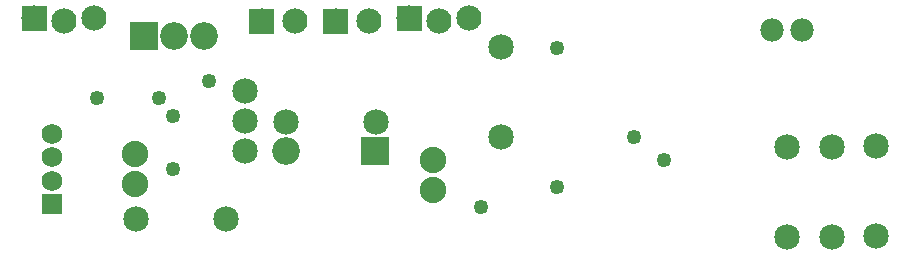
<source format=gbs>
G04 MADE WITH FRITZING*
G04 WWW.FRITZING.ORG*
G04 DOUBLE SIDED*
G04 HOLES PLATED*
G04 CONTOUR ON CENTER OF CONTOUR VECTOR*
%ASAXBY*%
%FSLAX23Y23*%
%MOIN*%
%OFA0B0*%
%SFA1.0B1.0*%
%ADD10C,0.049370*%
%ADD11C,0.085000*%
%ADD12C,0.092000*%
%ADD13C,0.069200*%
%ADD14C,0.077559*%
%ADD15C,0.084000*%
%ADD16C,0.088000*%
%ADD17R,0.092000X0.092000*%
%ADD18R,0.069200X0.069200*%
%ADD19R,0.001000X0.001000*%
%LNMASK0*%
G90*
G70*
G54D10*
X2088Y464D03*
X2187Y385D03*
G54D11*
X792Y615D03*
X792Y515D03*
X792Y415D03*
G54D12*
X1225Y415D03*
X927Y415D03*
G54D13*
X149Y238D03*
X149Y474D03*
X149Y395D03*
X149Y316D03*
G54D14*
X2650Y818D03*
X2550Y818D03*
G54D15*
X848Y848D03*
X958Y848D03*
X1340Y858D03*
X1440Y848D03*
X1540Y858D03*
X1094Y848D03*
X1204Y848D03*
G54D12*
X455Y799D03*
X555Y799D03*
X655Y799D03*
G54D11*
X930Y513D03*
X1230Y513D03*
X2896Y434D03*
X2896Y134D03*
G54D10*
X553Y533D03*
G54D11*
X730Y188D03*
X430Y188D03*
X1646Y464D03*
X1646Y764D03*
X2600Y129D03*
X2600Y429D03*
X2748Y129D03*
X2748Y429D03*
G54D16*
X425Y405D03*
X425Y305D03*
X1419Y385D03*
X1419Y285D03*
G54D10*
X553Y356D03*
X1577Y228D03*
G54D15*
X90Y858D03*
X190Y848D03*
X290Y858D03*
G54D10*
X671Y651D03*
X504Y592D03*
X297Y592D03*
X1833Y759D03*
X1833Y297D03*
G54D17*
X1226Y415D03*
G54D18*
X149Y238D03*
G54D17*
X455Y799D03*
G54D19*
X48Y899D02*
X131Y899D01*
X1298Y899D02*
X1381Y899D01*
X48Y898D02*
X131Y898D01*
X1298Y898D02*
X1381Y898D01*
X48Y897D02*
X131Y897D01*
X1298Y897D02*
X1381Y897D01*
X48Y896D02*
X131Y896D01*
X1298Y896D02*
X1381Y896D01*
X48Y895D02*
X131Y895D01*
X1298Y895D02*
X1381Y895D01*
X48Y894D02*
X131Y894D01*
X1298Y894D02*
X1381Y894D01*
X48Y893D02*
X131Y893D01*
X1298Y893D02*
X1381Y893D01*
X48Y892D02*
X131Y892D01*
X1298Y892D02*
X1381Y892D01*
X48Y891D02*
X131Y891D01*
X1298Y891D02*
X1381Y891D01*
X48Y890D02*
X131Y890D01*
X806Y890D02*
X889Y890D01*
X1052Y890D02*
X1135Y890D01*
X1298Y890D02*
X1381Y890D01*
X48Y889D02*
X131Y889D01*
X806Y889D02*
X889Y889D01*
X1052Y889D02*
X1135Y889D01*
X1298Y889D02*
X1381Y889D01*
X48Y888D02*
X131Y888D01*
X806Y888D02*
X889Y888D01*
X1052Y888D02*
X1135Y888D01*
X1298Y888D02*
X1381Y888D01*
X48Y887D02*
X131Y887D01*
X806Y887D02*
X889Y887D01*
X1052Y887D02*
X1135Y887D01*
X1298Y887D02*
X1381Y887D01*
X48Y886D02*
X131Y886D01*
X806Y886D02*
X889Y886D01*
X1052Y886D02*
X1135Y886D01*
X1298Y886D02*
X1381Y886D01*
X48Y885D02*
X131Y885D01*
X806Y885D02*
X889Y885D01*
X1052Y885D02*
X1135Y885D01*
X1298Y885D02*
X1381Y885D01*
X48Y884D02*
X131Y884D01*
X806Y884D02*
X889Y884D01*
X1052Y884D02*
X1135Y884D01*
X1298Y884D02*
X1381Y884D01*
X48Y883D02*
X131Y883D01*
X806Y883D02*
X889Y883D01*
X1052Y883D02*
X1135Y883D01*
X1298Y883D02*
X1381Y883D01*
X48Y882D02*
X131Y882D01*
X806Y882D02*
X889Y882D01*
X1052Y882D02*
X1135Y882D01*
X1298Y882D02*
X1381Y882D01*
X48Y881D02*
X131Y881D01*
X806Y881D02*
X889Y881D01*
X1052Y881D02*
X1135Y881D01*
X1298Y881D02*
X1381Y881D01*
X48Y880D02*
X131Y880D01*
X806Y880D02*
X889Y880D01*
X1052Y880D02*
X1135Y880D01*
X1298Y880D02*
X1381Y880D01*
X48Y879D02*
X131Y879D01*
X806Y879D02*
X889Y879D01*
X1052Y879D02*
X1135Y879D01*
X1298Y879D02*
X1381Y879D01*
X48Y878D02*
X131Y878D01*
X806Y878D02*
X889Y878D01*
X1052Y878D02*
X1135Y878D01*
X1298Y878D02*
X1381Y878D01*
X48Y877D02*
X131Y877D01*
X806Y877D02*
X889Y877D01*
X1052Y877D02*
X1135Y877D01*
X1298Y877D02*
X1381Y877D01*
X48Y876D02*
X131Y876D01*
X806Y876D02*
X889Y876D01*
X1052Y876D02*
X1135Y876D01*
X1298Y876D02*
X1381Y876D01*
X48Y875D02*
X131Y875D01*
X806Y875D02*
X889Y875D01*
X1052Y875D02*
X1135Y875D01*
X1298Y875D02*
X1381Y875D01*
X48Y874D02*
X131Y874D01*
X806Y874D02*
X889Y874D01*
X1052Y874D02*
X1135Y874D01*
X1298Y874D02*
X1381Y874D01*
X48Y873D02*
X131Y873D01*
X806Y873D02*
X889Y873D01*
X1052Y873D02*
X1135Y873D01*
X1298Y873D02*
X1381Y873D01*
X48Y872D02*
X84Y872D01*
X96Y872D02*
X131Y872D01*
X806Y872D02*
X889Y872D01*
X1052Y872D02*
X1135Y872D01*
X1298Y872D02*
X1334Y872D01*
X1346Y872D02*
X1381Y872D01*
X48Y871D02*
X82Y871D01*
X98Y871D02*
X131Y871D01*
X806Y871D02*
X889Y871D01*
X1052Y871D02*
X1135Y871D01*
X1298Y871D02*
X1332Y871D01*
X1348Y871D02*
X1381Y871D01*
X48Y870D02*
X80Y870D01*
X99Y870D02*
X131Y870D01*
X806Y870D02*
X889Y870D01*
X1052Y870D02*
X1135Y870D01*
X1298Y870D02*
X1330Y870D01*
X1349Y870D02*
X1381Y870D01*
X48Y869D02*
X79Y869D01*
X101Y869D02*
X131Y869D01*
X806Y869D02*
X889Y869D01*
X1052Y869D02*
X1135Y869D01*
X1298Y869D02*
X1329Y869D01*
X1350Y869D02*
X1381Y869D01*
X48Y868D02*
X78Y868D01*
X102Y868D02*
X131Y868D01*
X806Y868D02*
X889Y868D01*
X1052Y868D02*
X1135Y868D01*
X1298Y868D02*
X1328Y868D01*
X1351Y868D02*
X1381Y868D01*
X48Y867D02*
X77Y867D01*
X102Y867D02*
X131Y867D01*
X806Y867D02*
X889Y867D01*
X1052Y867D02*
X1135Y867D01*
X1298Y867D02*
X1327Y867D01*
X1352Y867D02*
X1381Y867D01*
X48Y866D02*
X77Y866D01*
X103Y866D02*
X131Y866D01*
X806Y866D02*
X889Y866D01*
X1052Y866D02*
X1135Y866D01*
X1298Y866D02*
X1326Y866D01*
X1353Y866D02*
X1381Y866D01*
X48Y865D02*
X76Y865D01*
X104Y865D02*
X131Y865D01*
X806Y865D02*
X889Y865D01*
X1052Y865D02*
X1135Y865D01*
X1298Y865D02*
X1326Y865D01*
X1353Y865D02*
X1381Y865D01*
X48Y864D02*
X76Y864D01*
X104Y864D02*
X131Y864D01*
X806Y864D02*
X889Y864D01*
X1052Y864D02*
X1135Y864D01*
X1298Y864D02*
X1325Y864D01*
X1354Y864D02*
X1381Y864D01*
X48Y863D02*
X75Y863D01*
X105Y863D02*
X131Y863D01*
X806Y863D02*
X845Y863D01*
X850Y863D02*
X889Y863D01*
X1052Y863D02*
X1091Y863D01*
X1096Y863D02*
X1135Y863D01*
X1298Y863D02*
X1325Y863D01*
X1354Y863D02*
X1381Y863D01*
X48Y862D02*
X75Y862D01*
X105Y862D02*
X131Y862D01*
X806Y862D02*
X841Y862D01*
X854Y862D02*
X889Y862D01*
X1052Y862D02*
X1087Y862D01*
X1100Y862D02*
X1135Y862D01*
X1298Y862D02*
X1325Y862D01*
X1355Y862D02*
X1381Y862D01*
X48Y861D02*
X75Y861D01*
X105Y861D02*
X131Y861D01*
X806Y861D02*
X839Y861D01*
X856Y861D02*
X889Y861D01*
X1052Y861D02*
X1085Y861D01*
X1102Y861D02*
X1135Y861D01*
X1298Y861D02*
X1324Y861D01*
X1355Y861D02*
X1381Y861D01*
X48Y860D02*
X75Y860D01*
X105Y860D02*
X131Y860D01*
X806Y860D02*
X838Y860D01*
X857Y860D02*
X889Y860D01*
X1052Y860D02*
X1084Y860D01*
X1103Y860D02*
X1135Y860D01*
X1298Y860D02*
X1324Y860D01*
X1355Y860D02*
X1381Y860D01*
X48Y859D02*
X75Y859D01*
X105Y859D02*
X131Y859D01*
X806Y859D02*
X837Y859D01*
X858Y859D02*
X889Y859D01*
X1052Y859D02*
X1083Y859D01*
X1104Y859D02*
X1135Y859D01*
X1298Y859D02*
X1324Y859D01*
X1355Y859D02*
X1381Y859D01*
X48Y858D02*
X74Y858D01*
X105Y858D02*
X131Y858D01*
X806Y858D02*
X836Y858D01*
X859Y858D02*
X889Y858D01*
X1052Y858D02*
X1082Y858D01*
X1105Y858D02*
X1135Y858D01*
X1298Y858D02*
X1324Y858D01*
X1355Y858D02*
X1381Y858D01*
X48Y857D02*
X75Y857D01*
X105Y857D02*
X131Y857D01*
X806Y857D02*
X835Y857D01*
X860Y857D02*
X889Y857D01*
X1052Y857D02*
X1081Y857D01*
X1106Y857D02*
X1135Y857D01*
X1298Y857D02*
X1324Y857D01*
X1355Y857D02*
X1381Y857D01*
X48Y856D02*
X75Y856D01*
X105Y856D02*
X131Y856D01*
X806Y856D02*
X834Y856D01*
X861Y856D02*
X889Y856D01*
X1052Y856D02*
X1080Y856D01*
X1107Y856D02*
X1135Y856D01*
X1298Y856D02*
X1324Y856D01*
X1355Y856D02*
X1381Y856D01*
X48Y855D02*
X75Y855D01*
X105Y855D02*
X131Y855D01*
X806Y855D02*
X834Y855D01*
X862Y855D02*
X889Y855D01*
X1052Y855D02*
X1080Y855D01*
X1108Y855D02*
X1135Y855D01*
X1298Y855D02*
X1324Y855D01*
X1355Y855D02*
X1381Y855D01*
X48Y854D02*
X75Y854D01*
X105Y854D02*
X131Y854D01*
X806Y854D02*
X833Y854D01*
X862Y854D02*
X889Y854D01*
X1052Y854D02*
X1079Y854D01*
X1108Y854D02*
X1135Y854D01*
X1298Y854D02*
X1325Y854D01*
X1355Y854D02*
X1381Y854D01*
X48Y853D02*
X75Y853D01*
X105Y853D02*
X131Y853D01*
X806Y853D02*
X833Y853D01*
X862Y853D02*
X889Y853D01*
X1052Y853D02*
X1079Y853D01*
X1108Y853D02*
X1135Y853D01*
X1298Y853D02*
X1325Y853D01*
X1354Y853D02*
X1381Y853D01*
X48Y852D02*
X76Y852D01*
X104Y852D02*
X131Y852D01*
X806Y852D02*
X833Y852D01*
X863Y852D02*
X889Y852D01*
X1052Y852D02*
X1079Y852D01*
X1109Y852D02*
X1135Y852D01*
X1298Y852D02*
X1325Y852D01*
X1354Y852D02*
X1381Y852D01*
X48Y851D02*
X76Y851D01*
X104Y851D02*
X131Y851D01*
X806Y851D02*
X832Y851D01*
X863Y851D02*
X889Y851D01*
X1052Y851D02*
X1078Y851D01*
X1109Y851D02*
X1135Y851D01*
X1298Y851D02*
X1326Y851D01*
X1353Y851D02*
X1381Y851D01*
X48Y850D02*
X77Y850D01*
X103Y850D02*
X131Y850D01*
X806Y850D02*
X832Y850D01*
X863Y850D02*
X889Y850D01*
X1052Y850D02*
X1078Y850D01*
X1109Y850D02*
X1135Y850D01*
X1298Y850D02*
X1326Y850D01*
X1353Y850D02*
X1381Y850D01*
X48Y849D02*
X77Y849D01*
X102Y849D02*
X131Y849D01*
X806Y849D02*
X832Y849D01*
X863Y849D02*
X889Y849D01*
X1052Y849D02*
X1078Y849D01*
X1109Y849D02*
X1135Y849D01*
X1298Y849D02*
X1327Y849D01*
X1352Y849D02*
X1381Y849D01*
X48Y848D02*
X78Y848D01*
X102Y848D02*
X131Y848D01*
X806Y848D02*
X832Y848D01*
X863Y848D02*
X889Y848D01*
X1052Y848D02*
X1078Y848D01*
X1109Y848D02*
X1135Y848D01*
X1298Y848D02*
X1328Y848D01*
X1351Y848D02*
X1381Y848D01*
X48Y847D02*
X79Y847D01*
X101Y847D02*
X131Y847D01*
X806Y847D02*
X832Y847D01*
X863Y847D02*
X889Y847D01*
X1052Y847D02*
X1078Y847D01*
X1109Y847D02*
X1135Y847D01*
X1298Y847D02*
X1329Y847D01*
X1350Y847D02*
X1381Y847D01*
X48Y846D02*
X80Y846D01*
X99Y846D02*
X131Y846D01*
X806Y846D02*
X832Y846D01*
X863Y846D02*
X889Y846D01*
X1052Y846D02*
X1078Y846D01*
X1109Y846D02*
X1135Y846D01*
X1298Y846D02*
X1330Y846D01*
X1349Y846D02*
X1381Y846D01*
X48Y845D02*
X82Y845D01*
X98Y845D02*
X131Y845D01*
X806Y845D02*
X832Y845D01*
X863Y845D02*
X889Y845D01*
X1052Y845D02*
X1078Y845D01*
X1109Y845D02*
X1135Y845D01*
X1298Y845D02*
X1332Y845D01*
X1348Y845D02*
X1381Y845D01*
X48Y844D02*
X84Y844D01*
X96Y844D02*
X131Y844D01*
X806Y844D02*
X833Y844D01*
X863Y844D02*
X889Y844D01*
X1052Y844D02*
X1079Y844D01*
X1109Y844D02*
X1135Y844D01*
X1298Y844D02*
X1334Y844D01*
X1346Y844D02*
X1381Y844D01*
X48Y843D02*
X131Y843D01*
X806Y843D02*
X833Y843D01*
X862Y843D02*
X889Y843D01*
X1052Y843D02*
X1079Y843D01*
X1108Y843D02*
X1135Y843D01*
X1298Y843D02*
X1381Y843D01*
X48Y842D02*
X131Y842D01*
X806Y842D02*
X833Y842D01*
X862Y842D02*
X889Y842D01*
X1052Y842D02*
X1079Y842D01*
X1108Y842D02*
X1135Y842D01*
X1298Y842D02*
X1381Y842D01*
X48Y841D02*
X131Y841D01*
X806Y841D02*
X834Y841D01*
X861Y841D02*
X889Y841D01*
X1052Y841D02*
X1080Y841D01*
X1107Y841D02*
X1135Y841D01*
X1298Y841D02*
X1381Y841D01*
X48Y840D02*
X131Y840D01*
X806Y840D02*
X835Y840D01*
X861Y840D02*
X889Y840D01*
X1052Y840D02*
X1081Y840D01*
X1107Y840D02*
X1135Y840D01*
X1298Y840D02*
X1381Y840D01*
X48Y839D02*
X131Y839D01*
X806Y839D02*
X835Y839D01*
X860Y839D02*
X889Y839D01*
X1052Y839D02*
X1081Y839D01*
X1106Y839D02*
X1135Y839D01*
X1298Y839D02*
X1381Y839D01*
X48Y838D02*
X131Y838D01*
X806Y838D02*
X836Y838D01*
X859Y838D02*
X889Y838D01*
X1052Y838D02*
X1082Y838D01*
X1105Y838D02*
X1135Y838D01*
X1298Y838D02*
X1381Y838D01*
X48Y837D02*
X131Y837D01*
X806Y837D02*
X837Y837D01*
X858Y837D02*
X889Y837D01*
X1052Y837D02*
X1083Y837D01*
X1104Y837D02*
X1135Y837D01*
X1298Y837D02*
X1381Y837D01*
X48Y836D02*
X131Y836D01*
X806Y836D02*
X838Y836D01*
X857Y836D02*
X889Y836D01*
X1052Y836D02*
X1084Y836D01*
X1103Y836D02*
X1135Y836D01*
X1298Y836D02*
X1381Y836D01*
X48Y835D02*
X131Y835D01*
X806Y835D02*
X840Y835D01*
X855Y835D02*
X889Y835D01*
X1052Y835D02*
X1086Y835D01*
X1101Y835D02*
X1135Y835D01*
X1298Y835D02*
X1381Y835D01*
X48Y834D02*
X131Y834D01*
X806Y834D02*
X842Y834D01*
X853Y834D02*
X889Y834D01*
X1052Y834D02*
X1088Y834D01*
X1099Y834D02*
X1135Y834D01*
X1298Y834D02*
X1381Y834D01*
X48Y833D02*
X131Y833D01*
X806Y833D02*
X889Y833D01*
X1052Y833D02*
X1135Y833D01*
X1298Y833D02*
X1381Y833D01*
X48Y832D02*
X131Y832D01*
X806Y832D02*
X889Y832D01*
X1052Y832D02*
X1135Y832D01*
X1298Y832D02*
X1381Y832D01*
X48Y831D02*
X131Y831D01*
X806Y831D02*
X889Y831D01*
X1052Y831D02*
X1135Y831D01*
X1298Y831D02*
X1381Y831D01*
X48Y830D02*
X131Y830D01*
X806Y830D02*
X889Y830D01*
X1052Y830D02*
X1135Y830D01*
X1298Y830D02*
X1381Y830D01*
X48Y829D02*
X131Y829D01*
X806Y829D02*
X889Y829D01*
X1052Y829D02*
X1135Y829D01*
X1298Y829D02*
X1381Y829D01*
X48Y828D02*
X131Y828D01*
X806Y828D02*
X889Y828D01*
X1052Y828D02*
X1135Y828D01*
X1298Y828D02*
X1381Y828D01*
X48Y827D02*
X131Y827D01*
X806Y827D02*
X889Y827D01*
X1052Y827D02*
X1135Y827D01*
X1298Y827D02*
X1381Y827D01*
X48Y826D02*
X131Y826D01*
X806Y826D02*
X889Y826D01*
X1052Y826D02*
X1135Y826D01*
X1298Y826D02*
X1381Y826D01*
X48Y825D02*
X131Y825D01*
X806Y825D02*
X889Y825D01*
X1052Y825D02*
X1135Y825D01*
X1298Y825D02*
X1381Y825D01*
X48Y824D02*
X131Y824D01*
X806Y824D02*
X889Y824D01*
X1052Y824D02*
X1135Y824D01*
X1298Y824D02*
X1381Y824D01*
X48Y823D02*
X131Y823D01*
X806Y823D02*
X889Y823D01*
X1052Y823D02*
X1135Y823D01*
X1298Y823D02*
X1381Y823D01*
X48Y822D02*
X131Y822D01*
X806Y822D02*
X889Y822D01*
X1052Y822D02*
X1135Y822D01*
X1298Y822D02*
X1381Y822D01*
X48Y821D02*
X131Y821D01*
X806Y821D02*
X889Y821D01*
X1052Y821D02*
X1135Y821D01*
X1298Y821D02*
X1381Y821D01*
X48Y820D02*
X131Y820D01*
X806Y820D02*
X889Y820D01*
X1052Y820D02*
X1135Y820D01*
X1298Y820D02*
X1381Y820D01*
X48Y819D02*
X131Y819D01*
X806Y819D02*
X889Y819D01*
X1052Y819D02*
X1135Y819D01*
X1298Y819D02*
X1381Y819D01*
X48Y818D02*
X131Y818D01*
X806Y818D02*
X889Y818D01*
X1052Y818D02*
X1135Y818D01*
X1298Y818D02*
X1381Y818D01*
X48Y817D02*
X131Y817D01*
X806Y817D02*
X889Y817D01*
X1052Y817D02*
X1135Y817D01*
X1298Y817D02*
X1381Y817D01*
X806Y816D02*
X889Y816D01*
X1052Y816D02*
X1135Y816D01*
X806Y815D02*
X889Y815D01*
X1052Y815D02*
X1135Y815D01*
X806Y814D02*
X889Y814D01*
X1052Y814D02*
X1135Y814D01*
X806Y813D02*
X889Y813D01*
X1052Y813D02*
X1135Y813D01*
X806Y812D02*
X889Y812D01*
X1052Y812D02*
X1135Y812D01*
X806Y811D02*
X889Y811D01*
X1052Y811D02*
X1135Y811D01*
X806Y810D02*
X889Y810D01*
X1052Y810D02*
X1135Y810D01*
X806Y809D02*
X889Y809D01*
X1052Y809D02*
X1135Y809D01*
X806Y808D02*
X889Y808D01*
X1052Y808D02*
X1135Y808D01*
X806Y807D02*
X889Y807D01*
X1052Y807D02*
X1135Y807D01*
D02*
G04 End of Mask0*
M02*
</source>
